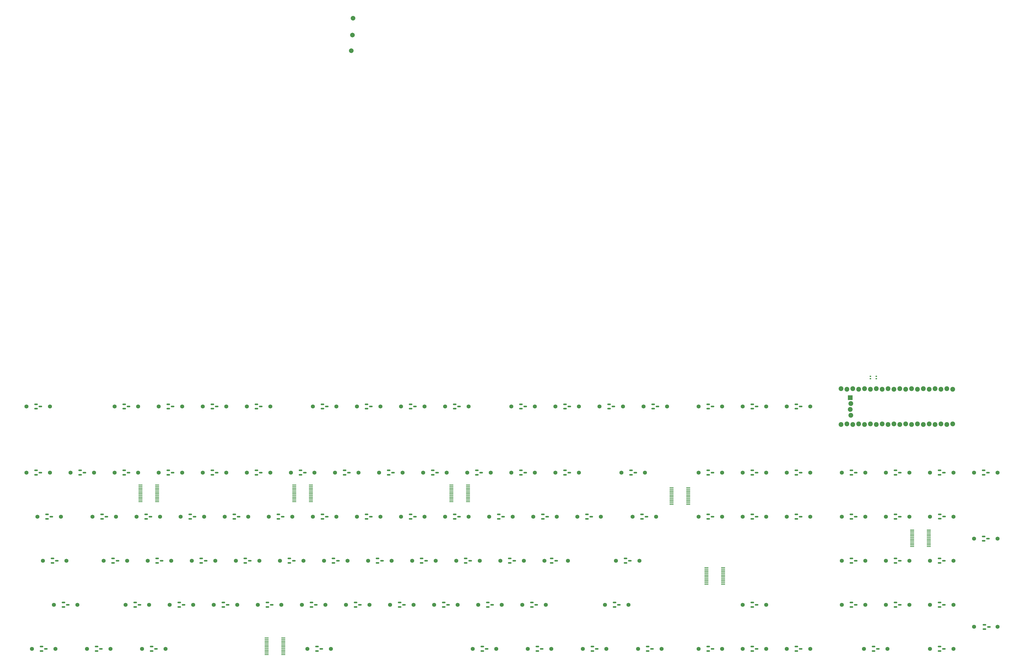
<source format=gbr>
%TF.GenerationSoftware,KiCad,Pcbnew,8.0.7-8.0.7-0~ubuntu24.04.1*%
%TF.CreationDate,2024-12-30T16:45:40-05:00*%
%TF.ProjectId,NAK100,4e414b31-3030-42e6-9b69-6361645f7063,rev?*%
%TF.SameCoordinates,Original*%
%TF.FileFunction,Soldermask,Top*%
%TF.FilePolarity,Negative*%
%FSLAX46Y46*%
G04 Gerber Fmt 4.6, Leading zero omitted, Abs format (unit mm)*
G04 Created by KiCad (PCBNEW 8.0.7-8.0.7-0~ubuntu24.04.1) date 2024-12-30 16:45:40*
%MOMM*%
%LPD*%
G01*
G04 APERTURE LIST*
G04 Aperture macros list*
%AMRoundRect*
0 Rectangle with rounded corners*
0 $1 Rounding radius*
0 $2 $3 $4 $5 $6 $7 $8 $9 X,Y pos of 4 corners*
0 Add a 4 corners polygon primitive as box body*
4,1,4,$2,$3,$4,$5,$6,$7,$8,$9,$2,$3,0*
0 Add four circle primitives for the rounded corners*
1,1,$1+$1,$2,$3*
1,1,$1+$1,$4,$5*
1,1,$1+$1,$6,$7*
1,1,$1+$1,$8,$9*
0 Add four rect primitives between the rounded corners*
20,1,$1+$1,$2,$3,$4,$5,0*
20,1,$1+$1,$4,$5,$6,$7,0*
20,1,$1+$1,$6,$7,$8,$9,0*
20,1,$1+$1,$8,$9,$2,$3,0*%
G04 Aperture macros list end*
%ADD10C,1.750000*%
%ADD11RoundRect,0.150000X-0.587500X-0.150000X0.587500X-0.150000X0.587500X0.150000X-0.587500X0.150000X0*%
%ADD12R,1.750000X0.450000*%
%ADD13C,2.082800*%
%ADD14RoundRect,0.101600X-0.939800X-0.939800X0.939800X-0.939800X0.939800X0.939800X-0.939800X0.939800X0*%
%ADD15RoundRect,0.135000X-0.185000X0.135000X-0.185000X-0.135000X0.185000X-0.135000X0.185000X0.135000X0*%
%ADD16C,2.000000*%
G04 APERTURE END LIST*
D10*
%TO.C,AM0:13*%
X157400000Y-137250000D03*
X147240000Y-137250000D03*
%TD*%
%TO.C,AM4:9*%
X228837500Y-175350000D03*
X218677500Y-175350000D03*
%TD*%
%TO.C,AM2:3*%
X271700000Y-137250000D03*
X261540000Y-137250000D03*
%TD*%
%TO.C,AM5:9*%
X462200000Y-118200000D03*
X452040000Y-118200000D03*
%TD*%
D11*
%TO.C,U26*%
X229457500Y-137250000D03*
X227582500Y-138200000D03*
X227582500Y-136300000D03*
%TD*%
%TO.C,U98*%
X494282500Y-193450000D03*
X494282500Y-195350000D03*
X496157500Y-194400000D03*
%TD*%
%TO.C,U78*%
X279970000Y-174400000D03*
X279970000Y-176300000D03*
X281845000Y-175350000D03*
%TD*%
%TO.C,U84*%
X432370000Y-136300000D03*
X432370000Y-138200000D03*
X434245000Y-137250000D03*
%TD*%
%TO.C,U5*%
X124682501Y-118200000D03*
X122807500Y-119150000D03*
X122807500Y-117250000D03*
%TD*%
%TO.C,U14*%
X112776251Y-156300000D03*
X110901250Y-157250000D03*
X110901250Y-155350000D03*
%TD*%
%TO.C,U30*%
X265682500Y-88675000D03*
X265682500Y-90575000D03*
X267557500Y-89625000D03*
%TD*%
%TO.C,U41*%
X289495000Y-155350000D03*
X289495000Y-157250000D03*
X291370000Y-156300000D03*
%TD*%
D10*
%TO.C,AM1:2*%
X185975000Y-118200000D03*
X175815000Y-118200000D03*
%TD*%
%TO.C,AM6:9*%
X500300000Y-137250000D03*
X490140000Y-137250000D03*
%TD*%
D11*
%TO.C,U70*%
X203770000Y-174400000D03*
X203770000Y-176300000D03*
X205645000Y-175350000D03*
%TD*%
%TO.C,U21*%
X200882500Y-89625000D03*
X199007500Y-90575000D03*
X199007500Y-88675000D03*
%TD*%
%TO.C,U39*%
X284732500Y-136300000D03*
X284732500Y-138200000D03*
X286607500Y-137250000D03*
%TD*%
D10*
%TO.C,AM1:7*%
X219312500Y-156300000D03*
X209152500Y-156300000D03*
%TD*%
D11*
%TO.C,U88*%
X394270000Y-193450000D03*
X394270000Y-195350000D03*
X396145000Y-194400000D03*
%TD*%
D10*
%TO.C,AM0:11*%
X143112500Y-156300000D03*
X132952500Y-156300000D03*
%TD*%
D11*
%TO.C,U87*%
X413320000Y-174400000D03*
X413320000Y-176300000D03*
X415195000Y-175350000D03*
%TD*%
%TO.C,U37*%
X265682500Y-136300000D03*
X265682500Y-138200000D03*
X267557500Y-137250000D03*
%TD*%
%TO.C,U103*%
X475232500Y-155350000D03*
X475232500Y-157250000D03*
X477107500Y-156300000D03*
%TD*%
%TO.C,U6*%
X143732501Y-118200000D03*
X141857500Y-119150000D03*
X141857500Y-117250000D03*
%TD*%
D10*
%TO.C,AM2:8*%
X314562500Y-156300000D03*
X304402500Y-156300000D03*
%TD*%
%TO.C,AM1:1*%
X195500000Y-137250000D03*
X185340000Y-137250000D03*
%TD*%
D11*
%TO.C,U4*%
X105632501Y-118200000D03*
X103757500Y-119150000D03*
X103757500Y-117250000D03*
%TD*%
%TO.C,U49*%
X513332500Y-145825000D03*
X513332500Y-147725000D03*
X515207500Y-146775000D03*
%TD*%
%TO.C,U82*%
X432370000Y-88675000D03*
X432370000Y-90575000D03*
X434245000Y-89625000D03*
%TD*%
D10*
%TO.C,AM6:8*%
X481250000Y-137250000D03*
X471090000Y-137250000D03*
%TD*%
D11*
%TO.C,U9*%
X162782501Y-89625000D03*
X160907500Y-90575000D03*
X160907500Y-88675000D03*
%TD*%
%TO.C,U71*%
X106138750Y-193450000D03*
X106138750Y-195350000D03*
X108013750Y-194400000D03*
%TD*%
D10*
%TO.C,AM2:5*%
X290750000Y-137250000D03*
X280590000Y-137250000D03*
%TD*%
%TO.C,AM6:6*%
X500300000Y-156300000D03*
X490140000Y-156300000D03*
%TD*%
D11*
%TO.C,U56*%
X358551250Y-155350000D03*
X358551250Y-157250000D03*
X360426250Y-156300000D03*
%TD*%
D10*
%TO.C,AM6:4*%
X462200000Y-156300000D03*
X452040000Y-156300000D03*
%TD*%
D11*
%TO.C,U76*%
X241870000Y-174400000D03*
X241870000Y-176300000D03*
X243745000Y-175350000D03*
%TD*%
%TO.C,U90*%
X432370000Y-193450000D03*
X432370000Y-195350000D03*
X434245000Y-194400000D03*
%TD*%
%TO.C,U50*%
X332357500Y-88675000D03*
X332357500Y-90575000D03*
X334232500Y-89625000D03*
%TD*%
%TO.C,U72*%
X129951250Y-193450000D03*
X129951250Y-195350000D03*
X131826250Y-194400000D03*
%TD*%
%TO.C,U46*%
X322832500Y-136300000D03*
X322832500Y-138200000D03*
X324707500Y-137250000D03*
%TD*%
D10*
%TO.C,AM1:6*%
X200262500Y-156300000D03*
X190102500Y-156300000D03*
%TD*%
D11*
%TO.C,U36*%
X284732500Y-88675000D03*
X284732500Y-90575000D03*
X286607500Y-89625000D03*
%TD*%
D10*
%TO.C,AM0:6*%
X109775000Y-89625000D03*
X99615000Y-89625000D03*
%TD*%
%TO.C,AM4:1*%
X152637500Y-175350000D03*
X142477500Y-175350000D03*
%TD*%
D12*
%TO.C,AM6*%
X482420000Y-143018750D03*
X482420000Y-143668750D03*
X482420000Y-144318750D03*
X482420000Y-144968750D03*
X482420000Y-145618750D03*
X482420000Y-146268750D03*
X482420000Y-146918750D03*
X482420000Y-147568750D03*
X482420000Y-148218750D03*
X482420000Y-148868750D03*
X482420000Y-149518750D03*
X482420000Y-150168750D03*
X489620000Y-150168750D03*
X489620000Y-149518750D03*
X489620000Y-148868750D03*
X489620000Y-148218750D03*
X489620000Y-147568750D03*
X489620000Y-146918750D03*
X489620000Y-146268750D03*
X489620000Y-145618750D03*
X489620000Y-144968750D03*
X489620000Y-144318750D03*
X489620000Y-143668750D03*
X489620000Y-143018750D03*
%TD*%
D10*
%TO.C,AM4:11*%
X266937500Y-175350000D03*
X256777500Y-175350000D03*
%TD*%
D11*
%TO.C,U104*%
X494282500Y-155350000D03*
X494282500Y-157250000D03*
X496157500Y-156300000D03*
%TD*%
%TO.C,U80*%
X296638750Y-193450000D03*
X296638750Y-195350000D03*
X298513750Y-194400000D03*
%TD*%
D10*
%TO.C,AM3:10*%
X400287500Y-137250000D03*
X390127500Y-137250000D03*
%TD*%
%TO.C,AM0:10*%
X166925000Y-118200000D03*
X156765000Y-118200000D03*
%TD*%
D11*
%TO.C,U38*%
X270445000Y-155350000D03*
X270445000Y-157250000D03*
X272320000Y-156300000D03*
%TD*%
D10*
%TO.C,AM4:2*%
X171687500Y-175350000D03*
X161527500Y-175350000D03*
%TD*%
%TO.C,AM1:5*%
X224075000Y-118200000D03*
X213915000Y-118200000D03*
%TD*%
D12*
%TO.C,AM1*%
X222570000Y-123593750D03*
X222570000Y-124243750D03*
X222570000Y-124893750D03*
X222570000Y-125543750D03*
X222570000Y-126193750D03*
X222570000Y-126843750D03*
X222570000Y-127493750D03*
X222570000Y-128143750D03*
X222570000Y-128793750D03*
X222570000Y-129443750D03*
X222570000Y-130093750D03*
X222570000Y-130743750D03*
X215370000Y-130743750D03*
X215370000Y-130093750D03*
X215370000Y-129443750D03*
X215370000Y-128793750D03*
X215370000Y-128143750D03*
X215370000Y-127493750D03*
X215370000Y-126843750D03*
X215370000Y-126193750D03*
X215370000Y-125543750D03*
X215370000Y-124893750D03*
X215370000Y-124243750D03*
X215370000Y-123593750D03*
%TD*%
D11*
%TO.C,U7*%
X105632501Y-89625000D03*
X103757500Y-90575000D03*
X103757500Y-88675000D03*
%TD*%
%TO.C,U10*%
X181832501Y-89625000D03*
X179957500Y-90575000D03*
X179957500Y-88675000D03*
%TD*%
D10*
%TO.C,AM0:5*%
X147875000Y-118200000D03*
X137715000Y-118200000D03*
%TD*%
D11*
%TO.C,U22*%
X219932500Y-118200000D03*
X218057500Y-119150000D03*
X218057500Y-117250000D03*
%TD*%
%TO.C,U85*%
X344263750Y-193450000D03*
X344263750Y-195350000D03*
X346138750Y-194400000D03*
%TD*%
D10*
%TO.C,AM1:15*%
X243125000Y-118200000D03*
X232965000Y-118200000D03*
%TD*%
D11*
%TO.C,U74*%
X225201250Y-193450000D03*
X225201250Y-195350000D03*
X227076250Y-194400000D03*
%TD*%
%TO.C,U91*%
X456182500Y-117250000D03*
X456182500Y-119150000D03*
X458057500Y-118200000D03*
%TD*%
%TO.C,U59*%
X413320000Y-88675000D03*
X413320000Y-90575000D03*
X415195000Y-89625000D03*
%TD*%
%TO.C,U34*%
X258032500Y-118200000D03*
X256157500Y-119150000D03*
X256157500Y-117250000D03*
%TD*%
%TO.C,U23*%
X200882500Y-118200000D03*
X199007500Y-119150000D03*
X199007500Y-117250000D03*
%TD*%
%TO.C,U35*%
X275207500Y-117250000D03*
X275207500Y-119150000D03*
X277082500Y-118200000D03*
%TD*%
%TO.C,U16*%
X158020001Y-156300000D03*
X156145000Y-157250000D03*
X156145000Y-155350000D03*
%TD*%
%TO.C,U12*%
X138970001Y-156300000D03*
X137095000Y-157250000D03*
X137095000Y-155350000D03*
%TD*%
D10*
%TO.C,AM3:9*%
X419337500Y-89625000D03*
X409177500Y-89625000D03*
%TD*%
D11*
%TO.C,U64*%
X318070000Y-174400000D03*
X318070000Y-176300000D03*
X319945000Y-175350000D03*
%TD*%
%TO.C,U66*%
X115663750Y-174400000D03*
X115663750Y-176300000D03*
X117538750Y-175350000D03*
%TD*%
D12*
%TO.C,AM4*%
X203420000Y-189718750D03*
X203420000Y-190368750D03*
X203420000Y-191018750D03*
X203420000Y-191668750D03*
X203420000Y-192318750D03*
X203420000Y-192968750D03*
X203420000Y-193618750D03*
X203420000Y-194268750D03*
X203420000Y-194918750D03*
X203420000Y-195568750D03*
X203420000Y-196218750D03*
X203420000Y-196868750D03*
X210620000Y-196868750D03*
X210620000Y-196218750D03*
X210620000Y-195568750D03*
X210620000Y-194918750D03*
X210620000Y-194268750D03*
X210620000Y-193618750D03*
X210620000Y-192968750D03*
X210620000Y-192318750D03*
X210620000Y-191668750D03*
X210620000Y-191018750D03*
X210620000Y-190368750D03*
X210620000Y-189718750D03*
%TD*%
D11*
%TO.C,U44*%
X313307500Y-117250000D03*
X313307500Y-119150000D03*
X315182500Y-118200000D03*
%TD*%
%TO.C,U96*%
X368076250Y-193450000D03*
X368076250Y-195350000D03*
X369951250Y-194400000D03*
%TD*%
%TO.C,U99*%
X456182500Y-174400000D03*
X456182500Y-176300000D03*
X458057500Y-175350000D03*
%TD*%
D12*
%TO.C,AM5*%
X400700000Y-159325000D03*
X400700000Y-159975000D03*
X400700000Y-160625000D03*
X400700000Y-161275000D03*
X400700000Y-161925000D03*
X400700000Y-162575000D03*
X400700000Y-163225000D03*
X400700000Y-163875000D03*
X400700000Y-164525000D03*
X400700000Y-165175000D03*
X400700000Y-165825000D03*
X400700000Y-166475000D03*
X393500000Y-166475000D03*
X393500000Y-165825000D03*
X393500000Y-165175000D03*
X393500000Y-164525000D03*
X393500000Y-163875000D03*
X393500000Y-163225000D03*
X393500000Y-162575000D03*
X393500000Y-161925000D03*
X393500000Y-161275000D03*
X393500000Y-160625000D03*
X393500000Y-159975000D03*
X393500000Y-159325000D03*
%TD*%
D11*
%TO.C,U17*%
X475232500Y-136300000D03*
X475232500Y-138200000D03*
X477107500Y-137250000D03*
%TD*%
D10*
%TO.C,AM0:4*%
X128825000Y-118200000D03*
X118665000Y-118200000D03*
%TD*%
%TO.C,AM2:10*%
X319325000Y-118200000D03*
X309165000Y-118200000D03*
%TD*%
D11*
%TO.C,U13*%
X172307501Y-137250000D03*
X170432500Y-138200000D03*
X170432500Y-136300000D03*
%TD*%
%TO.C,U97*%
X238982500Y-118200000D03*
X237107500Y-119150000D03*
X237107500Y-117250000D03*
%TD*%
%TO.C,U19*%
X191357500Y-137250000D03*
X189482500Y-138200000D03*
X189482500Y-136300000D03*
%TD*%
%TO.C,U57*%
X394270000Y-88675000D03*
X394270000Y-90575000D03*
X396145000Y-89625000D03*
%TD*%
D10*
%TO.C,AM4:12*%
X285987500Y-175350000D03*
X275827500Y-175350000D03*
%TD*%
%TO.C,AM0:15*%
X181212500Y-156300000D03*
X171052500Y-156300000D03*
%TD*%
D11*
%TO.C,U11*%
X162782501Y-118200000D03*
X160907500Y-119150000D03*
X160907500Y-117250000D03*
%TD*%
%TO.C,U83*%
X432370000Y-117250000D03*
X432370000Y-119150000D03*
X434245000Y-118200000D03*
%TD*%
%TO.C,U101*%
X494282500Y-174400000D03*
X494282500Y-176300000D03*
X496157500Y-175350000D03*
%TD*%
%TO.C,U93*%
X494282500Y-117250000D03*
X494282500Y-119150000D03*
X496157500Y-118200000D03*
%TD*%
D10*
%TO.C,AM0:2*%
X114537500Y-137250000D03*
X104377500Y-137250000D03*
%TD*%
%TO.C,AM5:6*%
X400287500Y-194400000D03*
X390127500Y-194400000D03*
%TD*%
D11*
%TO.C,U45*%
X303782500Y-136300000D03*
X303782500Y-138200000D03*
X305657500Y-137250000D03*
%TD*%
%TO.C,U62*%
X413320000Y-136300000D03*
X413320000Y-138200000D03*
X415195000Y-137250000D03*
%TD*%
%TO.C,U8*%
X143732501Y-89625000D03*
X141857500Y-90575000D03*
X141857500Y-88675000D03*
%TD*%
D10*
%TO.C,AM2:1*%
X281225000Y-118200000D03*
X271065000Y-118200000D03*
%TD*%
%TO.C,AM1:0*%
X214550000Y-137250000D03*
X204390000Y-137250000D03*
%TD*%
%TO.C,AM3:14*%
X324087500Y-175350000D03*
X313927500Y-175350000D03*
%TD*%
D11*
%TO.C,U89*%
X413320000Y-193450000D03*
X413320000Y-195350000D03*
X415195000Y-194400000D03*
%TD*%
%TO.C,U61*%
X413320000Y-117250000D03*
X413320000Y-119150000D03*
X415195000Y-118200000D03*
%TD*%
D10*
%TO.C,AM5:12*%
X519350000Y-118200000D03*
X509190000Y-118200000D03*
%TD*%
D13*
%TO.C,U1*%
X499960000Y-82160000D03*
X497420000Y-81906000D03*
X494880000Y-82160000D03*
X492340000Y-81906000D03*
X489800000Y-82160000D03*
X487260000Y-81906000D03*
X484720000Y-82160000D03*
X482180000Y-81906000D03*
X479640000Y-82159999D03*
X477100000Y-81906000D03*
X474560000Y-82160000D03*
X472020000Y-81906000D03*
X469480000Y-82159999D03*
X466940000Y-81906000D03*
X464400000Y-82160000D03*
X461860000Y-81906000D03*
X459320001Y-82160000D03*
X456780000Y-81906000D03*
X454240000Y-82160000D03*
X451700000Y-81906000D03*
X451700000Y-97400000D03*
X454240000Y-97146000D03*
X456780000Y-97400000D03*
X459320001Y-97146000D03*
X461860000Y-97400000D03*
X464400000Y-97146000D03*
X466940000Y-97400000D03*
X469480000Y-97146001D03*
X472020000Y-97400000D03*
X474560000Y-97146000D03*
X477100000Y-97400000D03*
X479640000Y-97146001D03*
X482180000Y-97400000D03*
X484720000Y-97146000D03*
X487260000Y-97400000D03*
X489800000Y-97146000D03*
X492340000Y-97400000D03*
X494880000Y-97146000D03*
X497420000Y-97400000D03*
X499960000Y-97146000D03*
D14*
X455683000Y-85843000D03*
D13*
X455937000Y-88383000D03*
X455683000Y-90923000D03*
X455937000Y-93463000D03*
%TD*%
D11*
%TO.C,U40*%
X294257500Y-117250000D03*
X294257500Y-119150000D03*
X296132500Y-118200000D03*
%TD*%
%TO.C,U52*%
X370457500Y-88675000D03*
X370457500Y-90575000D03*
X372332500Y-89625000D03*
%TD*%
%TO.C,U28*%
X229457500Y-89625000D03*
X227582500Y-90575000D03*
X227582500Y-88675000D03*
%TD*%
D10*
%TO.C,AM5:10*%
X481250000Y-118200000D03*
X471090000Y-118200000D03*
%TD*%
D11*
%TO.C,U69*%
X184720000Y-174400000D03*
X184720000Y-176300000D03*
X186595000Y-175350000D03*
%TD*%
%TO.C,U86*%
X320451250Y-193450000D03*
X320451250Y-195350000D03*
X322326250Y-194400000D03*
%TD*%
%TO.C,U2*%
X134207501Y-137250000D03*
X132332500Y-138200000D03*
X132332500Y-136300000D03*
%TD*%
%TO.C,U73*%
X153763750Y-193450000D03*
X153763750Y-195350000D03*
X155638750Y-194400000D03*
%TD*%
D10*
%TO.C,AM5:5*%
X419337500Y-175350000D03*
X409177500Y-175350000D03*
%TD*%
D11*
%TO.C,U43*%
X313307500Y-88675000D03*
X313307500Y-90575000D03*
X315182500Y-89625000D03*
%TD*%
%TO.C,U47*%
X326657500Y-155350000D03*
X326657500Y-157250000D03*
X328532500Y-156300000D03*
%TD*%
%TO.C,U65*%
X513682500Y-184018750D03*
X513682500Y-185918750D03*
X515557500Y-184968750D03*
%TD*%
%TO.C,U105*%
X456182500Y-136300000D03*
X456182500Y-138200000D03*
X458057500Y-137250000D03*
%TD*%
D10*
%TO.C,AM1:8*%
X233600000Y-137250000D03*
X223440000Y-137250000D03*
%TD*%
D11*
%TO.C,U102*%
X456182500Y-155350000D03*
X456182500Y-157250000D03*
X458057500Y-156300000D03*
%TD*%
D10*
%TO.C,AM2:7*%
X295512500Y-156300000D03*
X285352500Y-156300000D03*
%TD*%
D11*
%TO.C,U94*%
X513332500Y-117250000D03*
X513332500Y-119150000D03*
X515207500Y-118200000D03*
%TD*%
D10*
%TO.C,AM1:13*%
X257412500Y-156300000D03*
X247252500Y-156300000D03*
%TD*%
D11*
%TO.C,U24*%
X196120000Y-156300000D03*
X194245000Y-157250000D03*
X194245000Y-155350000D03*
%TD*%
D10*
%TO.C,AM5:2*%
X438387500Y-137250000D03*
X428227500Y-137250000D03*
%TD*%
D15*
%TO.C,R2*%
X464400000Y-76555000D03*
X464400000Y-77575000D03*
%TD*%
D11*
%TO.C,U79*%
X299020000Y-174400000D03*
X299020000Y-176300000D03*
X300895000Y-175350000D03*
%TD*%
D16*
%TO.C,FID1*%
X240750000Y78250000D03*
%TD*%
D11*
%TO.C,U15*%
X153257501Y-137250000D03*
X151382500Y-138200000D03*
X151382500Y-136300000D03*
%TD*%
D10*
%TO.C,AM0:1*%
X138350000Y-137250000D03*
X128190000Y-137250000D03*
%TD*%
D15*
%TO.C,R1*%
X466940000Y-77575000D03*
X466940000Y-76555000D03*
%TD*%
D11*
%TO.C,U31*%
X253270000Y-156300000D03*
X251395000Y-157250000D03*
X251395000Y-155350000D03*
%TD*%
D10*
%TO.C,AM5:8*%
X438387500Y-194400000D03*
X428227500Y-194400000D03*
%TD*%
%TO.C,AM2:12*%
X328850000Y-137250000D03*
X318690000Y-137250000D03*
%TD*%
D16*
%TO.C,FID2*%
X240500000Y71000000D03*
%TD*%
D11*
%TO.C,U20*%
X181832500Y-118200000D03*
X179957500Y-119150000D03*
X179957500Y-117250000D03*
%TD*%
D10*
%TO.C,AM3:8*%
X400287500Y-118200000D03*
X390127500Y-118200000D03*
%TD*%
D11*
%TO.C,U60*%
X394270000Y-136300000D03*
X394270000Y-138200000D03*
X396145000Y-137250000D03*
%TD*%
%TO.C,U100*%
X475232500Y-174400000D03*
X475232500Y-176300000D03*
X477107500Y-175350000D03*
%TD*%
D10*
%TO.C,AM2:0*%
X262175000Y-118200000D03*
X252015000Y-118200000D03*
%TD*%
%TO.C,AM1:9*%
X252650000Y-137250000D03*
X242490000Y-137250000D03*
%TD*%
%TO.C,AM3:4*%
X347900000Y-137250000D03*
X337740000Y-137250000D03*
%TD*%
D11*
%TO.C,U51*%
X351407500Y-88675000D03*
X351407500Y-90575000D03*
X353282500Y-89625000D03*
%TD*%
D16*
%TO.C,FID3*%
X240000000Y64250000D03*
%TD*%
D11*
%TO.C,U58*%
X394270000Y-117250000D03*
X394270000Y-119150000D03*
X396145000Y-118200000D03*
%TD*%
D10*
%TO.C,AM6:7*%
X462200000Y-137250000D03*
X452040000Y-137250000D03*
%TD*%
D11*
%TO.C,U95*%
X465707500Y-193450000D03*
X465707500Y-195350000D03*
X467582500Y-194400000D03*
%TD*%
%TO.C,U53*%
X360932500Y-117250000D03*
X360932500Y-119150000D03*
X362807500Y-118200000D03*
%TD*%
%TO.C,U33*%
X494370000Y-136268750D03*
X494370000Y-138168750D03*
X496245000Y-137218750D03*
%TD*%
D10*
%TO.C,AM3:7*%
X400287500Y-89625000D03*
X390127500Y-89625000D03*
%TD*%
D11*
%TO.C,U32*%
X234220000Y-156300000D03*
X232345000Y-157250000D03*
X232345000Y-155350000D03*
%TD*%
%TO.C,U55*%
X365695000Y-136300000D03*
X365695000Y-138200000D03*
X367570000Y-137250000D03*
%TD*%
D10*
%TO.C,AM6:5*%
X481250000Y-156300000D03*
X471090000Y-156300000D03*
%TD*%
%TO.C,AM5:7*%
X419337500Y-194400000D03*
X409177500Y-194400000D03*
%TD*%
D11*
%TO.C,U67*%
X146620000Y-174400000D03*
X146620000Y-176300000D03*
X148495000Y-175350000D03*
%TD*%
%TO.C,U27*%
X248507500Y-137250000D03*
X246632500Y-138200000D03*
X246632500Y-136300000D03*
%TD*%
D10*
%TO.C,AM2:4*%
X276462500Y-156300000D03*
X266302500Y-156300000D03*
%TD*%
%TO.C,AM4:10*%
X247887500Y-175350000D03*
X237727500Y-175350000D03*
%TD*%
D11*
%TO.C,U18*%
X210407500Y-137250000D03*
X208532500Y-138200000D03*
X208532500Y-136300000D03*
%TD*%
D10*
%TO.C,AM1:4*%
X205025000Y-118200000D03*
X194865000Y-118200000D03*
%TD*%
D11*
%TO.C,U92*%
X475232500Y-117250000D03*
X475232500Y-119150000D03*
X477107500Y-118200000D03*
%TD*%
%TO.C,U68*%
X165670000Y-174400000D03*
X165670000Y-176300000D03*
X167545000Y-175350000D03*
%TD*%
%TO.C,U63*%
X353788750Y-174400000D03*
X353788750Y-176300000D03*
X355663750Y-175350000D03*
%TD*%
D10*
%TO.C,AM4:3*%
X190737500Y-175350000D03*
X180577500Y-175350000D03*
%TD*%
D11*
%TO.C,U81*%
X177070000Y-156300000D03*
X175195000Y-157250000D03*
X175195000Y-155350000D03*
%TD*%
D12*
%TO.C,AM3*%
X378420000Y-124768750D03*
X378420000Y-125418750D03*
X378420000Y-126068750D03*
X378420000Y-126718750D03*
X378420000Y-127368750D03*
X378420000Y-128018750D03*
X378420000Y-128668750D03*
X378420000Y-129318750D03*
X378420000Y-129968750D03*
X378420000Y-130618750D03*
X378420000Y-131268750D03*
X378420000Y-131918750D03*
X385620000Y-131918750D03*
X385620000Y-131268750D03*
X385620000Y-130618750D03*
X385620000Y-129968750D03*
X385620000Y-129318750D03*
X385620000Y-128668750D03*
X385620000Y-128018750D03*
X385620000Y-127368750D03*
X385620000Y-126718750D03*
X385620000Y-126068750D03*
X385620000Y-125418750D03*
X385620000Y-124768750D03*
%TD*%
D11*
%TO.C,U25*%
X215170000Y-156300000D03*
X213295000Y-157250000D03*
X213295000Y-155350000D03*
%TD*%
%TO.C,U48*%
X332357500Y-117250000D03*
X332357500Y-119150000D03*
X334232500Y-118200000D03*
%TD*%
%TO.C,U3*%
X110395001Y-137250000D03*
X108520000Y-138200000D03*
X108520000Y-136300000D03*
%TD*%
D10*
%TO.C,AM5:11*%
X500300000Y-118200000D03*
X490140000Y-118200000D03*
%TD*%
%TO.C,AM2:6*%
X300275000Y-118200000D03*
X290115000Y-118200000D03*
%TD*%
D12*
%TO.C,AM2*%
X283270000Y-123593750D03*
X283270000Y-124243750D03*
X283270000Y-124893750D03*
X283270000Y-125543750D03*
X283270000Y-126193750D03*
X283270000Y-126843750D03*
X283270000Y-127493750D03*
X283270000Y-128143750D03*
X283270000Y-128793750D03*
X283270000Y-129443750D03*
X283270000Y-130093750D03*
X283270000Y-130743750D03*
X290470000Y-130743750D03*
X290470000Y-130093750D03*
X290470000Y-129443750D03*
X290470000Y-128793750D03*
X290470000Y-128143750D03*
X290470000Y-127493750D03*
X290470000Y-126843750D03*
X290470000Y-126193750D03*
X290470000Y-125543750D03*
X290470000Y-124893750D03*
X290470000Y-124243750D03*
X290470000Y-123593750D03*
%TD*%
%TO.C,AM0*%
X156070000Y-123593750D03*
X156070000Y-124243750D03*
X156070000Y-124893750D03*
X156070000Y-125543750D03*
X156070000Y-126193750D03*
X156070000Y-126843750D03*
X156070000Y-127493750D03*
X156070000Y-128143750D03*
X156070000Y-128793750D03*
X156070000Y-129443750D03*
X156070000Y-130093750D03*
X156070000Y-130743750D03*
X148870000Y-130743750D03*
X148870000Y-130093750D03*
X148870000Y-129443750D03*
X148870000Y-128793750D03*
X148870000Y-128143750D03*
X148870000Y-127493750D03*
X148870000Y-126843750D03*
X148870000Y-126193750D03*
X148870000Y-125543750D03*
X148870000Y-124893750D03*
X148870000Y-124243750D03*
X148870000Y-123593750D03*
%TD*%
D11*
%TO.C,U75*%
X222820000Y-174400000D03*
X222820000Y-176300000D03*
X224695000Y-175350000D03*
%TD*%
D10*
%TO.C,AM0:14*%
X162162500Y-156300000D03*
X152002500Y-156300000D03*
%TD*%
D11*
%TO.C,U29*%
X248507500Y-89625000D03*
X246632500Y-90575000D03*
X246632500Y-88675000D03*
%TD*%
%TO.C,U77*%
X260920000Y-174400000D03*
X260920000Y-176300000D03*
X262795000Y-175350000D03*
%TD*%
D10*
%TO.C,AM2:13*%
X333612500Y-156300000D03*
X323452500Y-156300000D03*
%TD*%
D11*
%TO.C,U42*%
X308545000Y-155350000D03*
X308545000Y-157250000D03*
X310420000Y-156300000D03*
%TD*%
%TO.C,U54*%
X341882500Y-136300000D03*
X341882500Y-138200000D03*
X343757500Y-137250000D03*
%TD*%
D10*
%TO.C,AM0:8*%
X156765000Y-89625000D03*
X166925000Y-89625000D03*
%TD*%
%TO.C,AM0:7*%
X137715000Y-89625000D03*
X147875000Y-89625000D03*
%TD*%
%TO.C,AM5:13*%
X461565000Y-194400000D03*
X471725000Y-194400000D03*
%TD*%
%TO.C,AM3:0*%
X328215000Y-89625000D03*
X338375000Y-89625000D03*
%TD*%
%TO.C,AM5:1*%
X428227500Y-118200000D03*
X438387500Y-118200000D03*
%TD*%
%TO.C,AM2:2*%
X280590000Y-89625000D03*
X290750000Y-89625000D03*
%TD*%
%TO.C,AM2:9*%
X309165000Y-89625000D03*
X319325000Y-89625000D03*
%TD*%
%TO.C,AM1:14*%
X228202500Y-156300000D03*
X238362500Y-156300000D03*
%TD*%
%TO.C,AM0:9*%
X175815000Y-89625000D03*
X185975000Y-89625000D03*
%TD*%
%TO.C,AM1:10*%
X223440000Y-89625000D03*
X233600000Y-89625000D03*
%TD*%
%TO.C,AM6:10*%
X509190000Y-146775000D03*
X519350000Y-146775000D03*
%TD*%
%TO.C,AM0:12*%
X166290000Y-137250000D03*
X176450000Y-137250000D03*
%TD*%
%TO.C,AM3:12*%
X409177500Y-137250000D03*
X419337500Y-137250000D03*
%TD*%
%TO.C,AM1:12*%
X261540000Y-89625000D03*
X271700000Y-89625000D03*
%TD*%
%TO.C,AM6:11*%
X509190000Y-184875000D03*
X519350000Y-184875000D03*
%TD*%
%TO.C,AM3:1*%
X347265000Y-89625000D03*
X357425000Y-89625000D03*
%TD*%
%TO.C,AM3:2*%
X366315000Y-89625000D03*
X376475000Y-89625000D03*
%TD*%
%TO.C,AM6:3*%
X490140000Y-175350000D03*
X500300000Y-175350000D03*
%TD*%
%TO.C,AM1:3*%
X194865000Y-89625000D03*
X205025000Y-89625000D03*
%TD*%
%TO.C,AM1:11*%
X242490000Y-89625000D03*
X252650000Y-89625000D03*
%TD*%
%TO.C,AM0:3*%
X99615000Y-118200000D03*
X109775000Y-118200000D03*
%TD*%
%TO.C,AM6:0*%
X490140000Y-194400000D03*
X500300000Y-194400000D03*
%TD*%
%TO.C,AM6:2*%
X471090000Y-175350000D03*
X481250000Y-175350000D03*
%TD*%
%TO.C,AM6:1*%
X452040000Y-175350000D03*
X462200000Y-175350000D03*
%TD*%
%TO.C,AM3:11*%
X409177500Y-118200000D03*
X419337500Y-118200000D03*
%TD*%
%TO.C,AM5:0*%
X428227500Y-89625000D03*
X438387500Y-89625000D03*
%TD*%
%TO.C,AM3:5*%
X361552500Y-137250000D03*
X371712500Y-137250000D03*
%TD*%
%TO.C,AM3:3*%
X356790000Y-118200000D03*
X366950000Y-118200000D03*
%TD*%
%TO.C,AM3:6*%
X354408750Y-156300000D03*
X364568750Y-156300000D03*
%TD*%
%TO.C,AM3:13*%
X349646250Y-175350000D03*
X359806250Y-175350000D03*
%TD*%
%TO.C,AM2:14*%
X328215000Y-118200000D03*
X338375000Y-118200000D03*
%TD*%
%TO.C,AM5:14*%
X363933750Y-194400000D03*
X374093750Y-194400000D03*
%TD*%
%TO.C,AM5:3*%
X340121250Y-194400000D03*
X350281250Y-194400000D03*
%TD*%
%TO.C,AM2:11*%
X299640000Y-137250000D03*
X309800000Y-137250000D03*
%TD*%
%TO.C,AM4:13*%
X294877500Y-175350000D03*
X305037500Y-175350000D03*
%TD*%
%TO.C,AM5:4*%
X316308750Y-194400000D03*
X326468750Y-194400000D03*
%TD*%
%TO.C,AM4:14*%
X292496250Y-194400000D03*
X302656250Y-194400000D03*
%TD*%
%TO.C,AM4:8*%
X221058750Y-194400000D03*
X231218750Y-194400000D03*
%TD*%
%TO.C,AM4:7*%
X149621250Y-194400000D03*
X159781250Y-194400000D03*
%TD*%
%TO.C,AM4:6*%
X125808750Y-194400000D03*
X135968750Y-194400000D03*
%TD*%
%TO.C,AM4:5*%
X101996250Y-194400000D03*
X112156250Y-194400000D03*
%TD*%
%TO.C,AM4:0*%
X111521250Y-175350000D03*
X121681250Y-175350000D03*
%TD*%
%TO.C,AM0:0*%
X106758750Y-156300000D03*
X116918750Y-156300000D03*
%TD*%
%TO.C,AM4:4*%
X209787500Y-175350000D03*
X199627500Y-175350000D03*
%TD*%
M02*

</source>
